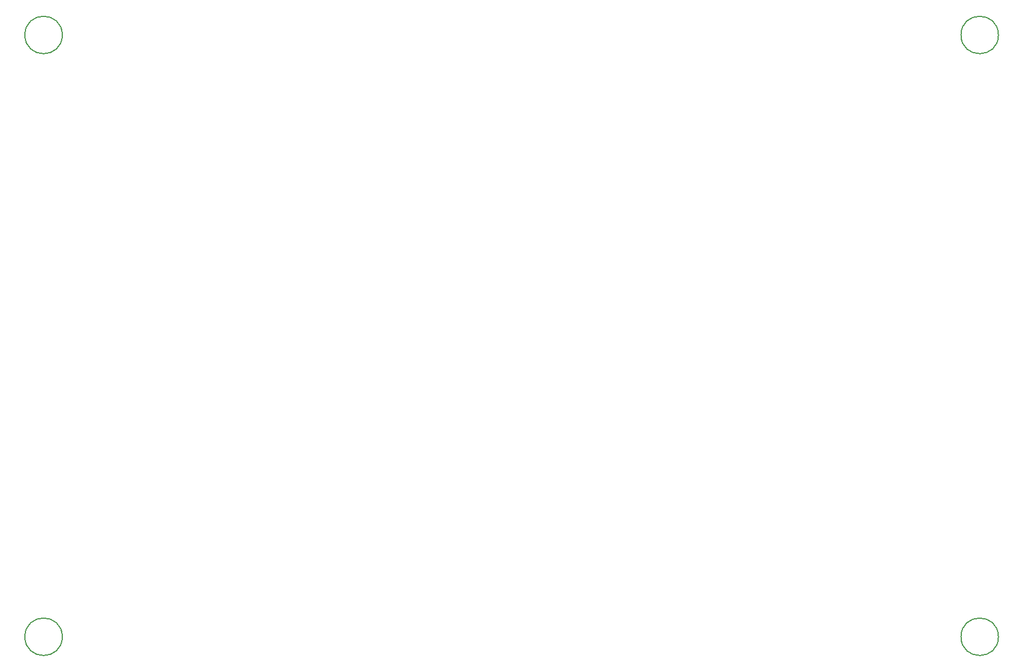
<source format=gbr>
%TF.GenerationSoftware,KiCad,Pcbnew,8.0.4*%
%TF.CreationDate,2024-09-01T16:51:36+03:00*%
%TF.ProjectId,STM32_Motor_Kit_v0.1,53544d33-325f-44d6-9f74-6f725f4b6974,rev?*%
%TF.SameCoordinates,Original*%
%TF.FileFunction,Other,Comment*%
%FSLAX46Y46*%
G04 Gerber Fmt 4.6, Leading zero omitted, Abs format (unit mm)*
G04 Created by KiCad (PCBNEW 8.0.4) date 2024-09-01 16:51:36*
%MOMM*%
%LPD*%
G01*
G04 APERTURE LIST*
%ADD10C,0.150000*%
G04 APERTURE END LIST*
D10*
%TO.C,H2*%
X135300000Y86500000D02*
G75*
G02*
X129700000Y86500000I-2800000J0D01*
G01*
X129700000Y86500000D02*
G75*
G02*
X135300000Y86500000I2800000J0D01*
G01*
%TO.C,H4*%
X135300000Y-3500000D02*
G75*
G02*
X129700000Y-3500000I-2800000J0D01*
G01*
X129700000Y-3500000D02*
G75*
G02*
X135300000Y-3500000I2800000J0D01*
G01*
%TO.C,H3*%
X-4700000Y-3500000D02*
G75*
G02*
X-10300000Y-3500000I-2800000J0D01*
G01*
X-10300000Y-3500000D02*
G75*
G02*
X-4700000Y-3500000I2800000J0D01*
G01*
%TO.C,H1*%
X-4700000Y86500000D02*
G75*
G02*
X-10300000Y86500000I-2800000J0D01*
G01*
X-10300000Y86500000D02*
G75*
G02*
X-4700000Y86500000I2800000J0D01*
G01*
%TD*%
M02*

</source>
